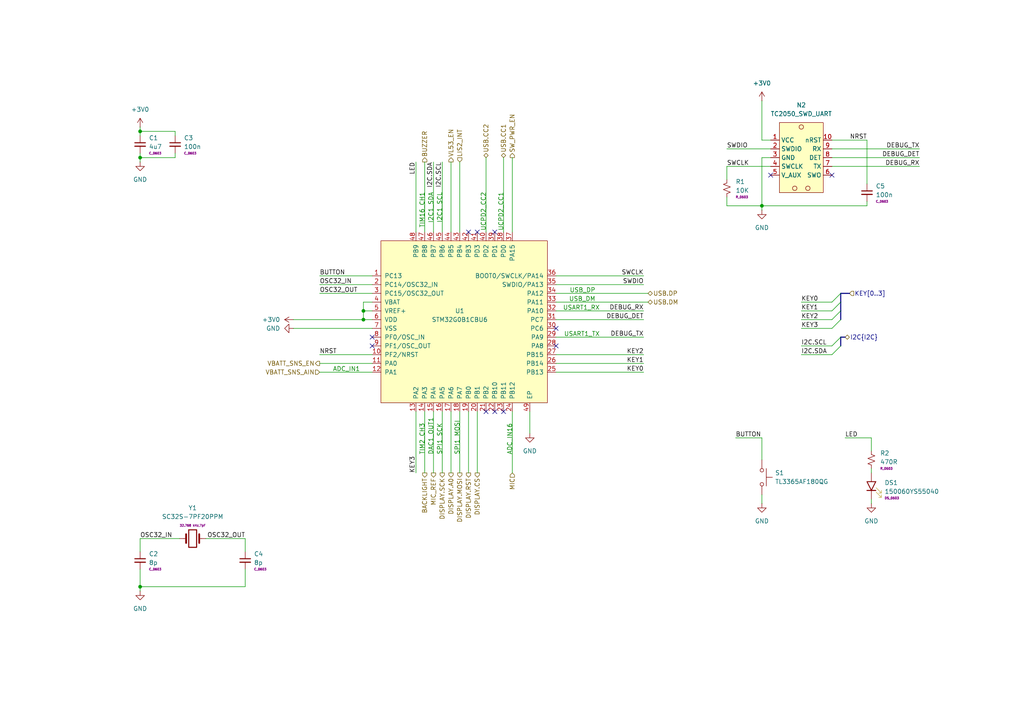
<source format=kicad_sch>
(kicad_sch (version 20250114) (generator "eeschema") (generator_version "9.0")
  (paper "A4")
  (title_block (title "Puzzlebox") (date "2025-12-27") (rev "v1.0") (company "TL Embedded Ltd"))
  (lib_symbols
    (symbol "C_Capacitor:C_0603" (pin_numbers (hide yes)) (pin_names (offset 1.016))
      (property "Reference" "C" (at 3.175 1.905 0))
      (property "Value" "100n" (at 5.08 0 0))
      (property "Size" "C_0603" (at 4.445 -1.905 0))
      (symbol "C_0603_1_1"
        (polyline (pts (xy -1.524 0.508) (xy 1.524 0.508)) (stroke (width 0.3048)))
        (polyline (pts (xy -1.524 -0.508) (xy 1.524 -0.508)) (stroke (width 0.3302)))
        (pin passive line (at 0 2.54 270) (length 2.032) (name "~") (number "1"))
        (pin passive line (at 0 -2.54 90) (length 2.032) (name "~") (number "2"))
      )
    )
    (symbol "DS_LED:150060YS55040" (pin_numbers (hide yes)) (pin_names (offset 1.016) (hide yes))
      (property "Reference" "DS" (at 0 2.54 0))
      (property "Value" "150060YS55040" (at 0 -5.842 0))
      (property "Size" "DS_0603" (at 0 -3.81 0))
      (symbol "150060YS55040_1_1"
        (polyline (pts (xy -1.778 -1.397) (xy -3.302 -2.921) (xy -2.54 -2.921) (xy -3.302 -2.921) (xy -3.302 -2.159)) (stroke (width 0) (color 194 168 68 1)))
        (polyline (pts (xy -1.27 -1.27) (xy -1.27 1.27)) (stroke (width 0.254)))
        (polyline (pts (xy -1.27 -1.27) (xy -1.27 1.27)) (stroke (width 0.254)))
        (polyline (pts (xy -0.508 -1.397) (xy -2.032 -2.921) (xy -1.27 -2.921) (xy -2.032 -2.921) (xy -2.032 -2.159)) (stroke (width 0) (color 194 168 68 1)))
        (polyline (pts (xy 1.27 -1.27) (xy 1.27 1.27) (xy -1.27 0) (xy 1.27 -1.27)) (stroke (width 0.254)))
        (pin passive line (at -3.81 0 0) (length 2.54) (name "K") (number "1"))
        (pin passive line (at 3.81 0 180) (length 2.54) (name "A") (number "2"))
      )
    )
    (symbol "N_NonPart:TC2050_SWD_UART" (in_bom no)
      (property "Reference" "N" (at -6.4 11.5 0))
      (property "Value" "TC2050_SWD_UART" (at 0 -11.5 0))
      (symbol "TC2050_SWD_UART_0_1"
        (rectangle (start -6.35 10.16) (end 6.35 -10.16) (stroke (width 0.1524)) (fill (type background)))
        (circle (center -1.905 -8.89) (radius 0.635) (stroke (width 0.1524)))
        (circle (center 0 8.89) (radius 0.635) (stroke (width 0.1524)))
        (circle (center 1.905 -8.89) (radius 0.635) (stroke (width 0.1524)))
      )
      (symbol "TC2050_SWD_UART_1_1"
        (pin power_in line (at -8.89 5.08 0) (length 2.54) (name "VCC") (number "1"))
        (pin bidirectional line (at -8.89 2.54 0) (length 2.54) (name "SWDIO") (number "2"))
        (pin power_in line (at -8.89 0 0) (length 2.54) (name "GND") (number "3"))
        (pin bidirectional line (at -8.89 -2.54 0) (length 2.54) (name "SWCLK") (number "4"))
        (pin power_out line (at -8.89 -5.08 0) (length 2.54) (name "V_AUX") (number "5"))
        (pin output line (at 8.89 5.08 180) (length 2.54) (name "nRST") (number "10"))
        (pin input line (at 8.89 2.54 180) (length 2.54) (name "RX") (number "9"))
        (pin output line (at 8.89 0 180) (length 2.54) (name "DET") (number "8"))
        (pin output line (at 8.89 -2.54 180) (length 2.54) (name "TX") (number "7"))
        (pin bidirectional line (at 8.89 -5.08 180) (length 2.54) (name "SWO") (number "6"))
      )
    )
    (symbol "R_Resistor:R_0603" (pin_numbers (hide yes)) (pin_names (offset 1.016))
      (property "Reference" "R" (at 2.54 1.905 0))
      (property "Value" "10K" (at 3.81 0 0))
      (property "Size" "R_0603" (at 3.81 -1.905 0))
      (symbol "R_0603_1_1"
        (polyline (pts (xy 0 1.524) (xy 1.016 1.143) (xy 0 0.762) (xy -1.016 0.381) (xy 0 0)))
        (polyline (pts (xy 0 0) (xy 1.016 -0.381) (xy 0 -0.762) (xy -1.016 -1.143) (xy 0 -1.524)))
        (pin passive line (at 0 2.54 270) (length 1.016) (name "~") (number "1"))
        (pin passive line (at 0 -2.54 90) (length 1.016) (name "~") (number "2"))
      )
    )
    (symbol "S_Switch:TL3365AF180QG" (pin_numbers (hide yes)) (pin_names (hide yes))
      (property "Reference" "S" (at -5.08 5.08 0))
      (property "Value" "TL3365AF180QG" (at 0 -2.54 0))
      (symbol "TL3365AF180QG_0_1"
        (circle (center -2.032 0) (radius 0.508))
        (polyline (pts (xy 0 1.27) (xy 0 3.048)))
        (circle (center 2.032 0) (radius 0.508))
        (polyline (pts (xy 2.54 1.27) (xy -2.54 1.27)))
        (pin passive line (at -5.08 0 0) (length 2.54) (name "1") (number "1"))
        (pin passive line (at 5.08 0 180) (length 2.54) (name "2") (number "2"))
      )
    )
    (symbol "U_MCU:STM32G0B1CxUx" (pin_names (offset 1.016))
      (property "Reference" "U" (at 1.28 48.64 0))
      (property "Value" "STM32G0B1CxUx" (at 24.13 24.13 0))
      (symbol "STM32G0B1CxUx_0_1"
        (rectangle (start 0 46.99) (end 48.26 0) (fill (type background)))
      )
      (symbol "STM32G0B1CxUx_1_1"
        (pin bidirectional line (at -2.54 36.83 0) (length 2.54) (name "PC13") (number "1"))
        (pin bidirectional line (at -2.54 34.29 0) (length 2.54) (name "PC14/OSC32_IN") (number "2"))
        (pin bidirectional line (at -2.54 31.75 0) (length 2.54) (name "PC15/OSC32_OUT") (number "3"))
        (pin power_in line (at -2.54 29.21 0) (length 2.54) (name "VBAT") (number "4"))
        (pin power_in line (at -2.54 26.67 0) (length 2.54) (name "VREF+") (number "5"))
        (pin power_in line (at -2.54 24.13 0) (length 2.54) (name "VDD") (number "6"))
        (pin power_in line (at -2.54 21.59 0) (length 2.54) (name "VSS") (number "7"))
        (pin bidirectional line (at -2.54 19.05 0) (length 2.54) (name "PF0/OSC_IN") (number "8"))
        (pin bidirectional line (at -2.54 16.51 0) (length 2.54) (name "PF1/OSC_OUT") (number "9"))
        (pin bidirectional line (at -2.54 13.97 0) (length 2.54) (name "PF2/NRST") (number "10"))
        (pin bidirectional line (at -2.54 11.43 0) (length 2.54) (name "PA0") (number "11"))
        (pin bidirectional line (at -2.54 8.89 0) (length 2.54) (name "PA1") (number "12"))
        (pin bidirectional line (at 10.16 49.53 270) (length 2.54) (name "PB9") (number "48"))
        (pin bidirectional line (at 10.16 -2.54 90) (length 2.54) (name "PA2") (number "13"))
        (pin bidirectional line (at 12.7 49.53 270) (length 2.54) (name "PB8") (number "47"))
        (pin bidirectional line (at 12.7 -2.54 90) (length 2.54) (name "PA3") (number "14"))
        (pin bidirectional line (at 15.24 49.53 270) (length 2.54) (name "PB7") (number "46"))
        (pin bidirectional line (at 15.24 -2.54 90) (length 2.54) (name "PA4") (number "15"))
        (pin bidirectional line (at 17.78 49.53 270) (length 2.54) (name "PB6") (number "45"))
        (pin bidirectional line (at 17.78 -2.54 90) (length 2.54) (name "PA5") (number "16"))
        (pin bidirectional line (at 20.32 49.53 270) (length 2.54) (name "PB5") (number "44"))
        (pin bidirectional line (at 20.32 -2.54 90) (length 2.54) (name "PA6") (number "17"))
        (pin bidirectional line (at 22.86 49.53 270) (length 2.54) (name "PB4") (number "43"))
        (pin bidirectional line (at 22.86 -2.54 90) (length 2.54) (name "PA7") (number "18"))
        (pin bidirectional line (at 25.4 49.53 270) (length 2.54) (name "PB3") (number "42"))
        (pin bidirectional line (at 25.4 -2.54 90) (length 2.54) (name "PB0") (number "19"))
        (pin bidirectional line (at 27.94 49.53 270) (length 2.54) (name "PD3") (number "41"))
        (pin bidirectional line (at 27.94 -2.54 90) (length 2.54) (name "PB1") (number "20"))
        (pin bidirectional line (at 30.48 49.53 270) (length 2.54) (name "PD2") (number "40"))
        (pin bidirectional line (at 30.48 -2.54 90) (length 2.54) (name "PB2") (number "21"))
        (pin bidirectional line (at 33.02 49.53 270) (length 2.54) (name "PD1") (number "39"))
        (pin bidirectional line (at 33.02 -2.54 90) (length 2.54) (name "PB10") (number "22"))
        (pin bidirectional line (at 35.56 49.53 270) (length 2.54) (name "PD0") (number "38"))
        (pin bidirectional line (at 35.56 -2.54 90) (length 2.54) (name "PB11") (number "23"))
        (pin bidirectional line (at 38.1 49.53 270) (length 2.54) (name "PA15") (number "37"))
        (pin bidirectional line (at 38.1 -2.54 90) (length 2.54) (name "PB12") (number "24"))
        (pin power_in line (at 43.18 -2.54 90) (length 2.54) (name "EP") (number "49"))
        (pin bidirectional line (at 50.8 36.83 180) (length 2.54) (name "BOOT0/SWCLK/PA14") (number "36"))
        (pin bidirectional line (at 50.8 34.29 180) (length 2.54) (name "SWDIO/PA13") (number "35"))
        (pin bidirectional line (at 50.8 31.75 180) (length 2.54) (name "PA12") (number "34"))
        (pin bidirectional line (at 50.8 29.21 180) (length 2.54) (name "PA11") (number "33"))
        (pin bidirectional line (at 50.8 26.67 180) (length 2.54) (name "PA10") (number "32"))
        (pin bidirectional line (at 50.8 24.13 180) (length 2.54) (name "PC7") (number "31"))
        (pin bidirectional line (at 50.8 21.59 180) (length 2.54) (name "PC6") (number "30"))
        (pin bidirectional line (at 50.8 19.05 180) (length 2.54) (name "PA9") (number "29"))
        (pin bidirectional line (at 50.8 16.51 180) (length 2.54) (name "PA8") (number "28"))
        (pin bidirectional line (at 50.8 13.97 180) (length 2.54) (name "PB15") (number "27"))
        (pin bidirectional line (at 50.8 11.43 180) (length 2.54) (name "PB14") (number "26"))
        (pin bidirectional line (at 50.8 8.89 180) (length 2.54) (name "PB13") (number "25"))
      )
    )
    (symbol "Y_Oscillator:SC32S-7PF20PPM" (pin_numbers (hide yes)) (pin_names (offset 0) (hide yes))
      (property "Reference" "Y" (at -1.27 6.35 0))
      (property "Value" "SC32S-7PF20PPM" (at 0 4.572 0))
      (property "Params" "32.768 kHz,7pF" (at 0.635 3.175 0))
      (symbol "SC32S-7PF20PPM_0_1"
        (polyline (pts (xy -2.54 0) (xy -1.905 0)))
        (polyline (pts (xy -1.905 -1.27) (xy -1.905 1.27)) (stroke (width 0.508)))
        (rectangle (start -1.143 2.54) (end 1.143 -2.54) (stroke (width 0.3048)))
        (polyline (pts (xy 1.905 -1.27) (xy 1.905 1.27)) (stroke (width 0.508)))
        (polyline (pts (xy 2.54 0) (xy 1.905 0)))
      )
      (symbol "SC32S-7PF20PPM_1_1"
        (pin passive line (at -3.81 0 0) (length 1.27) (name "1") (number "1"))
        (pin passive line (at 3.81 0 180) (length 1.27) (name "2") (number "2"))
      )
    )
    (symbol "power:GND" (power) (pin_numbers (hide yes)) (pin_names (offset 0) (hide yes))
      (property "Value" "GND" (at 0 -3.81 0))
      (symbol "GND_0_1"
        (polyline (pts (xy 0 0) (xy 0 -1.27) (xy 1.27 -1.27) (xy 0 -2.54) (xy -1.27 -1.27) (xy 0 -1.27)))
      )
      (symbol "GND_1_1"
        (pin power_in line (at 0 0 270) (length 0) (name "~") (number "1"))
      )
    )
    (symbol "power:VDD" (power) (pin_numbers (hide yes)) (pin_names (offset 0) (hide yes))
      (property "Value" "VDD" (at 0 3.556 0))
      (symbol "VDD_0_1"
        (polyline (pts (xy -0.762 1.27) (xy 0 2.54)))
        (polyline (pts (xy 0 2.54) (xy 0.762 1.27)))
        (polyline (pts (xy 0 0) (xy 0 2.54)))
      )
      (symbol "VDD_1_1"
        (pin power_in line (at 0 0 90) (length 0) (name "~") (number "1"))
      )
    )
  )
  (text "UCPD2_CC1" (at 146.05 55.88 90) (effects (font (size 1.27 1.27)) (justify right bottom)))
  (text "SPI1_SCK" (at 128.27 132.08 90) (effects (font (size 1.27 1.27)) (justify left bottom)))
  (text "USB_DM" (at 172.72 87.63 0) (effects (font (size 1.27 1.27)) (justify right bottom)))
  (text "SPI1_MOSI" (at 133.35 132.08 90) (effects (font (size 1.27 1.27)) (justify left bottom)))
  (text "TIM16_CH1" (at 123.19 55.88 90) (effects (font (size 1.27 1.27)) (justify right bottom)))
  (text "UCPD2_CC2" (at 140.97 55.88 90) (effects (font (size 1.27 1.27)) (justify right bottom)))
  (text "ADC_IN1" (at 96.52 107.95 0) (effects (font (size 1.27 1.27)) (justify left bottom)))
  (text "USB_DP" (at 172.72 85.09 0) (effects (font (size 1.27 1.27)) (justify right bottom)))
  (text "DAC1_OUT1" (at 125.73 132.08 90) (effects (font (size 1.27 1.27)) (justify left bottom)))
  (text "TIM2_CH3" (at 123.19 132.08 90) (effects (font (size 1.27 1.27)) (justify left bottom)))
  (text "I2C1_SDA" (at 125.73 55.88 90) (effects (font (size 1.27 1.27)) (justify right bottom)))
  (text "I2C1_SCL" (at 128.27 55.88 90) (effects (font (size 1.27 1.27)) (justify right bottom)))
  (text "USART1_TX" (at 173.99 97.79 0) (effects (font (size 1.27 1.27)) (justify right bottom)))
  (text "USART1_RX" (at 173.99 90.17 0) (effects (font (size 1.27 1.27)) (justify right bottom)))
  (text "ADC_IN16" (at 148.59 132.08 90) (effects (font (size 1.27 1.27)) (justify left bottom)))
  (junction (at 220.98 59.69))
  (junction (at 40.64 38.1))
  (junction (at 40.64 45.72))
  (junction (at 40.64 170.18))
  (junction (at 105.41 90.17))
  (junction (at 105.41 92.71))
  (no_connect (at 138.43 67.31))
  (no_connect (at 135.89 67.31))
  (no_connect (at 107.95 100.33))
  (no_connect (at 140.97 119.38))
  (no_connect (at 146.05 119.38))
  (no_connect (at 107.95 97.79))
  (no_connect (at 223.52 50.8))
  (no_connect (at 143.51 67.31))
  (no_connect (at 161.29 95.25))
  (no_connect (at 241.3 50.8))
  (no_connect (at 143.51 119.38))
  (no_connect (at 161.29 100.33))
  (bus_entry (at 243.84 97.79) (size -2.54 2.54))
  (bus_entry (at 243.84 90.17) (size -2.54 2.54))
  (bus_entry (at 243.84 92.71) (size -2.54 2.54))
  (bus_entry (at 243.84 100.33) (size -2.54 2.54))
  (bus_entry (at 243.84 87.63) (size -2.54 2.54))
  (bus_entry (at 243.84 85.09) (size -2.54 2.54))
  (wire (pts (xy 223.52 40.64) (xy 220.98 40.64)))
  (wire (pts (xy 161.29 80.01) (xy 186.69 80.01)))
  (wire (pts (xy 148.59 119.38) (xy 148.59 137.16)))
  (wire (pts (xy 251.46 59.69) (xy 220.98 59.69)))
  (wire (pts (xy 135.89 119.38) (xy 135.89 137.16)))
  (bus (pts (xy 243.84 85.09) (xy 243.84 87.63)))
  (wire (pts (xy 241.3 90.17) (xy 232.41 90.17)))
  (wire (pts (xy 92.71 82.55) (xy 107.95 82.55)))
  (wire (pts (xy 92.71 105.41) (xy 107.95 105.41)))
  (wire (pts (xy 130.81 46.99) (xy 130.81 67.31)))
  (wire (pts (xy 210.82 43.18) (xy 223.52 43.18)))
  (wire (pts (xy 210.82 57.15) (xy 210.82 59.69)))
  (wire (pts (xy 50.8 38.1) (xy 40.64 38.1)))
  (wire (pts (xy 220.98 45.72) (xy 220.98 59.69)))
  (wire (pts (xy 241.3 43.18) (xy 266.7 43.18)))
  (wire (pts (xy 125.73 119.38) (xy 125.73 137.16)))
  (wire (pts (xy 92.71 107.95) (xy 107.95 107.95)))
  (wire (pts (xy 40.64 170.18) (xy 40.64 171.45)))
  (wire (pts (xy 40.64 165.1) (xy 40.64 170.18)))
  (wire (pts (xy 241.3 87.63) (xy 232.41 87.63)))
  (wire (pts (xy 40.64 156.21) (xy 52.07 156.21)))
  (bus (pts (xy 243.84 97.79) (xy 243.84 100.33)))
  (wire (pts (xy 85.09 95.25) (xy 107.95 95.25)))
  (wire (pts (xy 107.95 87.63) (xy 105.41 87.63)))
  (wire (pts (xy 50.8 45.72) (xy 40.64 45.72)))
  (wire (pts (xy 128.27 46.99) (xy 128.27 67.31)))
  (wire (pts (xy 251.46 58.42) (xy 251.46 59.69)))
  (wire (pts (xy 245.11 127) (xy 252.73 127)))
  (wire (pts (xy 241.3 95.25) (xy 232.41 95.25)))
  (wire (pts (xy 125.73 46.99) (xy 125.73 67.31)))
  (wire (pts (xy 40.64 44.45) (xy 40.64 45.72)))
  (wire (pts (xy 105.41 92.71) (xy 107.95 92.71)))
  (wire (pts (xy 161.29 87.63) (xy 187.96 87.63)))
  (wire (pts (xy 71.12 156.21) (xy 59.69 156.21)))
  (wire (pts (xy 85.09 92.71) (xy 105.41 92.71)))
  (wire (pts (xy 241.3 102.87) (xy 232.41 102.87)))
  (wire (pts (xy 40.64 170.18) (xy 71.12 170.18)))
  (wire (pts (xy 128.27 119.38) (xy 128.27 137.16)))
  (wire (pts (xy 223.52 45.72) (xy 220.98 45.72)))
  (wire (pts (xy 133.35 46.99) (xy 133.35 67.31)))
  (wire (pts (xy 123.19 46.99) (xy 123.19 67.31)))
  (wire (pts (xy 210.82 48.26) (xy 210.82 52.07)))
  (wire (pts (xy 105.41 90.17) (xy 107.95 90.17)))
  (wire (pts (xy 161.29 107.95) (xy 186.69 107.95)))
  (wire (pts (xy 241.3 40.64) (xy 251.46 40.64)))
  (wire (pts (xy 50.8 39.37) (xy 50.8 38.1)))
  (wire (pts (xy 252.73 127) (xy 252.73 130.81)))
  (wire (pts (xy 120.65 46.99) (xy 120.65 67.31)))
  (wire (pts (xy 133.35 119.38) (xy 133.35 137.16)))
  (wire (pts (xy 220.98 133.35) (xy 220.98 127)))
  (wire (pts (xy 161.29 90.17) (xy 186.69 90.17)))
  (bus (pts (xy 246.38 85.09) (xy 243.84 85.09)))
  (wire (pts (xy 130.81 119.38) (xy 130.81 137.16)))
  (wire (pts (xy 71.12 160.02) (xy 71.12 156.21)))
  (wire (pts (xy 210.82 48.26) (xy 223.52 48.26)))
  (bus (pts (xy 243.84 90.17) (xy 243.84 92.71)))
  (wire (pts (xy 120.65 119.38) (xy 120.65 137.16)))
  (wire (pts (xy 138.43 119.38) (xy 138.43 137.16)))
  (wire (pts (xy 71.12 170.18) (xy 71.12 165.1)))
  (wire (pts (xy 241.3 92.71) (xy 232.41 92.71)))
  (wire (pts (xy 123.19 119.38) (xy 123.19 137.16)))
  (wire (pts (xy 252.73 144.78) (xy 252.73 146.05)))
  (wire (pts (xy 40.64 38.1) (xy 40.64 39.37)))
  (wire (pts (xy 161.29 97.79) (xy 186.69 97.79)))
  (wire (pts (xy 213.36 127) (xy 220.98 127)))
  (wire (pts (xy 252.73 135.89) (xy 252.73 137.16)))
  (wire (pts (xy 92.71 102.87) (xy 107.95 102.87)))
  (wire (pts (xy 251.46 40.64) (xy 251.46 53.34)))
  (wire (pts (xy 210.82 59.69) (xy 220.98 59.69)))
  (bus (pts (xy 243.84 97.79) (xy 245.11 97.79)))
  (wire (pts (xy 220.98 59.69) (xy 220.98 60.96)))
  (wire (pts (xy 241.3 45.72) (xy 266.7 45.72)))
  (bus (pts (xy 243.84 87.63) (xy 243.84 90.17)))
  (wire (pts (xy 161.29 102.87) (xy 186.69 102.87)))
  (wire (pts (xy 50.8 44.45) (xy 50.8 45.72)))
  (wire (pts (xy 161.29 82.55) (xy 186.69 82.55)))
  (wire (pts (xy 161.29 92.71) (xy 186.69 92.71)))
  (wire (pts (xy 220.98 143.51) (xy 220.98 146.05)))
  (wire (pts (xy 161.29 85.09) (xy 187.96 85.09)))
  (wire (pts (xy 220.98 29.21) (xy 220.98 40.64)))
  (wire (pts (xy 241.3 48.26) (xy 266.7 48.26)))
  (wire (pts (xy 92.71 85.09) (xy 107.95 85.09)))
  (wire (pts (xy 140.97 45.72) (xy 140.97 67.31)))
  (wire (pts (xy 148.59 45.72) (xy 148.59 67.31)))
  (wire (pts (xy 92.71 80.01) (xy 107.95 80.01)))
  (wire (pts (xy 40.64 45.72) (xy 40.64 46.99)))
  (wire (pts (xy 146.05 45.72) (xy 146.05 67.31)))
  (wire (pts (xy 105.41 90.17) (xy 105.41 92.71)))
  (wire (pts (xy 161.29 105.41) (xy 186.69 105.41)))
  (wire (pts (xy 105.41 87.63) (xy 105.41 90.17)))
  (wire (pts (xy 153.67 119.38) (xy 153.67 125.73)))
  (wire (pts (xy 241.3 100.33) (xy 232.41 100.33)))
  (wire (pts (xy 40.64 156.21) (xy 40.64 160.02)))
  (wire (pts (xy 40.64 36.83) (xy 40.64 38.1)))
  (label "KEY1" (at 232.41 90.17 0))
  (label "SWDIO" (at 186.69 82.55 180))
  (label "OSC32_OUT" (at 92.71 85.09 0))
  (label "DEBUG_DET" (at 186.69 92.71 180))
  (label "I2C.SCL" (at 232.41 100.33 0))
  (label "BUTTON" (at 213.36 127 0))
  (label "I2C.SDA" (at 232.41 102.87 0))
  (label "I2C.SCL" (at 128.27 46.99 270))
  (label "NRST" (at 92.71 102.87 0))
  (label "SWCLK" (at 210.82 48.26 0))
  (label "BUTTON" (at 92.71 80.01 0))
  (label "KEY2" (at 232.41 92.71 0))
  (label "LED" (at 120.65 46.99 270))
  (label "DEBUG_TX" (at 186.69 97.79 180))
  (label "OSC32_IN" (at 40.64 156.21 0))
  (label "LED" (at 245.11 127 0))
  (label "NRST" (at 251.46 40.64 180))
  (label "OSC32_IN" (at 92.71 82.55 0))
  (label "KEY3" (at 232.41 95.25 0))
  (label "DEBUG_TX" (at 266.7 43.18 180))
  (label "DEBUG_RX" (at 266.7 48.26 180))
  (label "OSC32_OUT" (at 71.12 156.21 180))
  (label "DEBUG_DET" (at 266.7 45.72 180))
  (label "DEBUG_RX" (at 186.69 90.17 180))
  (label "I2C.SDA" (at 125.73 46.99 270))
  (label "SWCLK" (at 186.69 80.01 180))
  (label "KEY0" (at 186.69 107.95 180))
  (label "SWDIO" (at 210.82 43.18 0))
  (label "KEY0" (at 232.41 87.63 0))
  (label "KEY3" (at 120.65 137.16 90))
  (label "KEY2" (at 186.69 102.87 180))
  (label "KEY1" (at 186.69 105.41 180))
  (hierarchical_label "MIC" (shape input) (at 148.59 137.16 270))
  (hierarchical_label "DISPLAY.CS" (shape output) (at 138.43 137.16 270))
  (hierarchical_label "USB.CC2" (shape bidirectional) (at 140.97 45.72 90))
  (hierarchical_label "DISPLAY.MOSI" (shape output) (at 133.35 137.16 270))
  (hierarchical_label "USB.DM" (shape bidirectional) (at 187.96 87.63 0))
  (hierarchical_label "VL53_EN" (shape output) (at 130.81 46.99 90))
  (hierarchical_label "KEY[0..3]" (shape input) (at 246.38 85.09 0))
  (hierarchical_label "USB.DP" (shape bidirectional) (at 187.96 85.09 0))
  (hierarchical_label "LIS2_INT" (shape input) (at 133.35 46.99 90))
  (hierarchical_label "MIC_REF" (shape output) (at 125.73 137.16 270))
  (hierarchical_label "VBATT_SNS_AIN" (shape input) (at 92.71 107.95 180))
  (hierarchical_label "DISPLAY.SCK" (shape output) (at 128.27 137.16 270))
  (hierarchical_label "DISPLAY.RST" (shape output) (at 135.89 137.16 270))
  (hierarchical_label "I2C{I2C}" (shape bidirectional) (at 245.11 97.79 0))
  (hierarchical_label "DISPLAY.A0" (shape output) (at 130.81 137.16 270))
  (hierarchical_label "BACKLIGHT" (shape output) (at 123.19 137.16 270))
  (hierarchical_label "VBATT_SNS_EN" (shape output) (at 92.71 105.41 180))
  (hierarchical_label "BUZZER" (shape output) (at 123.19 46.99 90))
  (hierarchical_label "SW_PWR_EN" (shape output) (at 148.59 45.72 90))
  (hierarchical_label "USB.CC1" (shape bidirectional) (at 146.05 45.72 90))
  (symbol (lib_id "C_Capacitor:C_0603") (at 50.8 41.91 0) (unit 1)
    (property "Reference" "C3" (at 53.34 40.0112 0) (effects (justify left)))
    (property "Value" "100n" (at 53.34 42.5512 0) (effects (justify left)))
    (property "Footprint" "C_Capacitor:C_0603" (effects (hide yes)))
    (property "Size" "C_0603" (at 53.34 44.4563 0) (effects (font (size 0.635 0.635)) (justify left)))
  )
  (symbol (lib_id "power:GND") (at 40.64 46.99 0) (unit 1)
    (property "Reference" "#PWR02" (effects (hide yes)))
    (property "Value" "GND" (at 40.64 52.07 0))
    (property "Description" "Power symbol creates a global label with name \"GND\" , ground" (effects (hide yes)))
  )
  (symbol (lib_id "power:VDD") (at 220.98 29.21 0) (unit 1)
    (property "Reference" "#PWR07" (effects (hide yes)))
    (property "Value" "+3V0" (at 220.98 24.13 0))
    (property "Description" "Power symbol creates a global label with name \"+3V0\"" (effects (hide yes)))
  )
  (symbol (lib_id "U_MCU:STM32G0B1CxUx") (at 110.49 116.84 0) (unit 1)
    (property "Reference" "U1" (at 133.35 90.17 0))
    (property "Value" "STM32G0B1CBU6" (at 133.35 92.71 0))
    (property "Footprint" "U_IC:QFN48_05_7x7_EP" (effects (hide yes)))
    (property "Datasheet" "https://www.st.com/resource/en/datasheet/stm32g0b1ce.pdf" (effects (hide yes)))
    (property "Description" "IC MCU 32BIT 128KB FLSH 48UFQFPN" (effects (hide yes)))
  )
  (symbol (lib_id "C_Capacitor:C_0603") (at 40.64 41.91 0) (unit 1)
    (property "Reference" "C1" (at 43.18 40.0112 0) (effects (justify left)))
    (property "Value" "4u7" (at 43.18 42.5512 0) (effects (justify left)))
    (property "Footprint" "C_Capacitor:C_0603" (effects (hide yes)))
    (property "Size" "C_0603" (at 43.18 44.4563 0) (effects (font (size 0.635 0.635)) (justify left)))
  )
  (symbol (lib_id "C_Capacitor:C_0603") (at 40.64 162.56 0) (unit 1)
    (property "Reference" "C2" (at 43.18 160.6612 0) (effects (justify left)))
    (property "Value" "8p" (at 43.18 163.2012 0) (effects (justify left)))
    (property "Footprint" "C_Capacitor:C_0603" (effects (hide yes)))
    (property "Size" "C_0603" (at 43.18 165.1063 0) (effects (font (size 0.635 0.635)) (justify left)))
  )
  (symbol (lib_id "R_Resistor:R_0603") (at 252.73 133.35 0) (unit 1)
    (property "Reference" "R2" (at 255.27 131.4449 0) (effects (justify left)))
    (property "Value" "470R" (at 255.27 133.9849 0) (effects (justify left)))
    (property "Footprint" "R_Resistor:R_0603" (effects (hide yes)))
    (property "Size" "R_0603" (at 255.27 135.89 0) (effects (font (size 0.635 0.635)) (justify left)))
  )
  (symbol (lib_id "power:GND") (at 153.67 125.73 0) (unit 1)
    (property "Reference" "#PWR06" (effects (hide yes)))
    (property "Value" "GND" (at 153.67 130.81 0))
    (property "Description" "Power symbol creates a global label with name \"GND\" , ground" (effects (hide yes)))
  )
  (symbol (lib_id "power:GND") (at 252.73 146.05 0) (unit 1)
    (property "Reference" "#PWR010" (effects (hide yes)))
    (property "Value" "GND" (at 252.73 151.13 0))
    (property "Description" "Power symbol creates a global label with name \"GND\" , ground" (effects (hide yes)))
  )
  (symbol (lib_id "S_Switch:TL3365AF180QG") (at 220.98 138.43 270) (unit 1)
    (property "Reference" "S1" (at 224.79 137.1599 90) (effects (justify left)))
    (property "Value" "TL3365AF180QG" (at 224.79 139.6999 90) (effects (justify left)))
    (property "Footprint" "S_Switch:Button_4.2x3.2" (effects (hide yes)))
    (property "Datasheet" "https://configured-product-images.s3.amazonaws.com/Datasheets/TL3365.pdf" (effects (hide yes)))
    (property "Description" "SWITCH TACTILE SPST-NO 0.05A 12V" (effects (hide yes)))
  )
  (symbol (lib_id "Y_Oscillator:SC32S-7PF20PPM") (at 55.88 156.21 0) (unit 1)
    (property "Reference" "Y1" (at 55.88 147.32 0))
    (property "Value" "SC32S-7PF20PPM" (at 55.88 149.86 0))
    (property "Footprint" "Y_Oscillator:Crystal_SMD2_3.2x1.5" (effects (hide yes)))
    (property "Datasheet" "https://www.sii.co.jp/en/quartz/files/2013/03/SC-32S_Leaflet_e20151217.pdf" (effects (hide yes)))
    (property "Description" "CRYSTAL 32.7680KHZ 7PF SMD" (effects (hide yes)))
    (property "Params" "32.768 kHz,7pF" (at 55.88 152.4 0) (effects (font (size 0.63 0.63))))
  )
  (symbol (lib_id "DS_LED:150060YS55040") (at 252.73 140.97 90) (unit 1)
    (property "Reference" "DS1" (at 256.54 140.0174 90) (effects (justify right)))
    (property "Value" "150060YS55040" (at 256.54 142.5574 90) (effects (justify right)))
    (property "Footprint" "DS_LED:DS_0603" (effects (hide yes)))
    (property "Datasheet" "https://www.we-online.com/katalog/datasheet/150060YS55040.pdf" (effects (hide yes)))
    (property "Description" "LED YELLOW DIFFUSED 0603 SMD" (effects (hide yes)))
    (property "Size" "DS_0603" (at 256.54 144.4625 90) (effects (font (size 0.635 0.635)) (justify right)))
  )
  (symbol (lib_id "power:VDD") (at 40.64 36.83 0) (unit 1)
    (property "Reference" "#PWR01" (effects (hide yes)))
    (property "Value" "+3V0" (at 40.64 31.75 0))
    (property "Description" "Power symbol creates a global label with name \"+3V0\"" (effects (hide yes)))
  )
  (symbol (lib_id "N_NonPart:TC2050_SWD_UART") (at 232.41 45.72 0) (unit 1) (in_bom no)
    (property "Reference" "N2" (at 232.41 30.48 0))
    (property "Value" "TC2050_SWD_UART" (at 232.41 33.02 0))
    (property "Footprint" "N_NonPart:TagConnect_TC2050" (effects (hide yes)))
    (property "Description" "Tag-Connect TC2050 SWD + UART" (effects (hide yes)))
  )
  (symbol (lib_id "R_Resistor:R_0603") (at 210.82 54.61 0) (mirror y) (unit 1)
    (property "Reference" "R1" (at 213.36 52.7049 0) (effects (justify right)))
    (property "Value" "10K" (at 213.36 55.2449 0) (effects (justify right)))
    (property "Footprint" "R_Resistor:R_0603" (effects (hide yes)))
    (property "Size" "R_0603" (at 213.36 57.15 0) (effects (font (size 0.635 0.635)) (justify right)))
  )
  (symbol (lib_id "power:GND") (at 40.64 171.45 0) (unit 1)
    (property "Reference" "#PWR03" (effects (hide yes)))
    (property "Value" "GND" (at 40.64 176.53 0))
    (property "Description" "Power symbol creates a global label with name \"GND\" , ground" (effects (hide yes)))
  )
  (symbol (lib_id "C_Capacitor:C_0603") (at 71.12 162.56 0) (unit 1)
    (property "Reference" "C4" (at 73.66 160.6612 0) (effects (justify left)))
    (property "Value" "8p" (at 73.66 163.2012 0) (effects (justify left)))
    (property "Footprint" "C_Capacitor:C_0603" (effects (hide yes)))
    (property "Size" "C_0603" (at 73.66 165.1063 0) (effects (font (size 0.635 0.635)) (justify left)))
  )
  (symbol (lib_id "power:GND") (at 220.98 60.96 0) (unit 1)
    (property "Reference" "#PWR08" (effects (hide yes)))
    (property "Value" "GND" (at 220.98 66.04 0))
    (property "Description" "Power symbol creates a global label with name \"GND\" , ground" (effects (hide yes)))
  )
  (symbol (lib_id "power:GND") (at 85.09 95.25 270) (unit 1)
    (property "Reference" "#PWR05" (effects (hide yes)))
    (property "Value" "GND" (at 81.28 95.2499 90) (effects (justify right)))
    (property "Description" "Power symbol creates a global label with name \"GND\" , ground" (effects (hide yes)))
  )
  (symbol (lib_id "power:VDD") (at 85.09 92.71 90) (unit 1)
    (property "Reference" "#PWR04" (effects (hide yes)))
    (property "Value" "+3V0" (at 81.28 92.7099 90) (effects (justify left)))
    (property "Description" "Power symbol creates a global label with name \"+3V0\"" (effects (hide yes)))
  )
  (symbol (lib_id "power:GND") (at 220.98 146.05 0) (unit 1)
    (property "Reference" "#PWR09" (effects (hide yes)))
    (property "Value" "GND" (at 220.98 151.13 0))
    (property "Description" "Power symbol creates a global label with name \"GND\" , ground" (effects (hide yes)))
  )
  (symbol (lib_id "C_Capacitor:C_0603") (at 251.46 55.88 0) (unit 1)
    (property "Reference" "C5" (at 254 53.9812 0) (effects (justify left)))
    (property "Value" "100n" (at 254 56.5212 0) (effects (justify left)))
    (property "Footprint" "C_Capacitor:C_0603" (effects (hide yes)))
    (property "Size" "C_0603" (at 254 58.4263 0) (effects (font (size 0.635 0.635)) (justify left)))
  )
)
</source>
